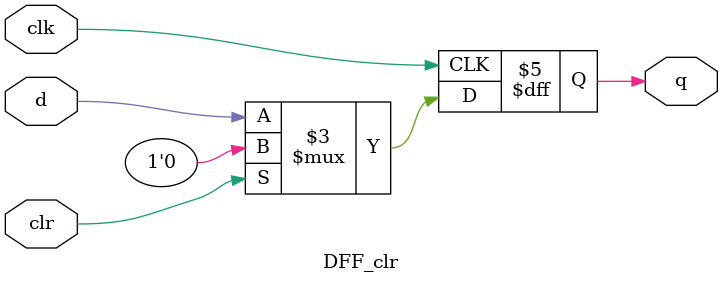
<source format=v>

module DFF_clr(d, clk, clr, q);
    input d ;
    input clk ;
    input clr ;
    output q ;

	 reg q ;

	 always @ (posedge clk)
	 begin
	 		if (clr) q <= 1'b 0 ;
			else q <= d ;
	 end

endmodule
</source>
